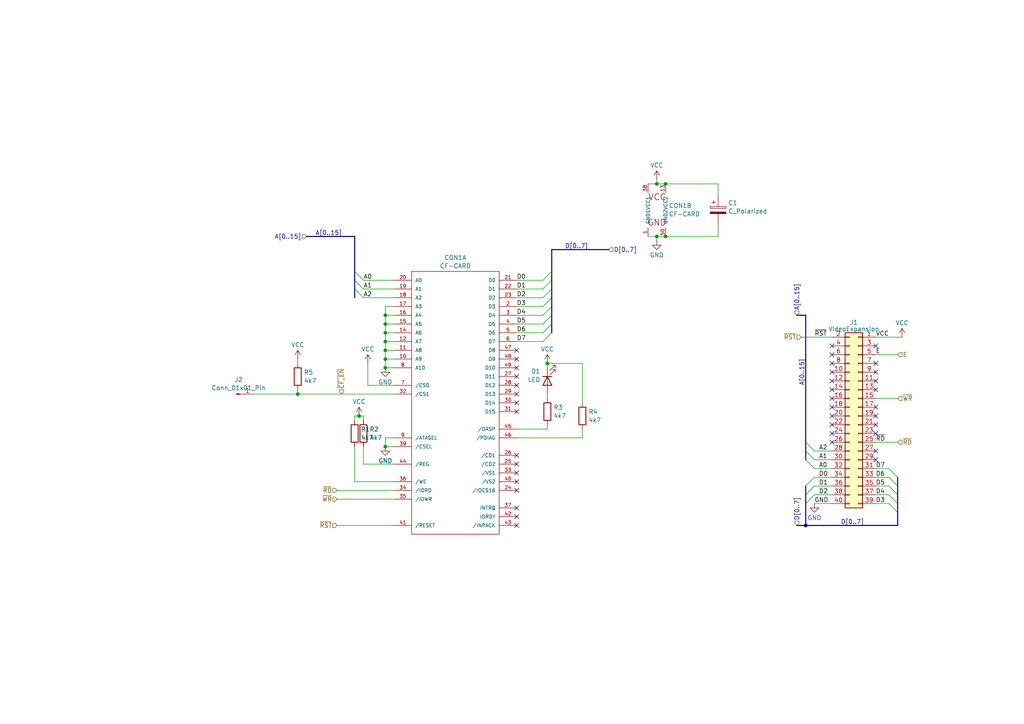
<source format=kicad_sch>
(kicad_sch (version 20231120) (generator "eeschema") (generator_version "8.0")
  (paper "A4")
  (lib_symbols
    (symbol "Connector:Conn_01x01_Pin" (pin_names (offset 1.016) hide)
      (property "Reference" "J" (at 0 2.54 0))
      (property "Value" "Conn_01x01_Pin" (at 0 -2.54 0))
      (symbol "Conn_01x01_Pin_1_1"
        (polyline (pts (xy 1.27 0) (xy 0.8636 0)) (stroke (width 0.1524)))
        (rectangle (start 0.8636 0.127) (end 0 -0.127) (stroke (width 0.1524)) (fill (type outline)))
        (pin passive line (at 5.08 0 180) (length 3.81) (name "Pin_1") (number "1"))
      )
    )
    (symbol "Connector_Generic:Conn_02x20_Odd_Even" (pin_names (offset 1.016) hide)
      (property "Reference" "J" (at 1.27 25.4 0))
      (property "Value" "Conn_02x20_Odd_Even" (at 1.27 -27.94 0))
      (symbol "Conn_02x20_Odd_Even_1_1"
        (rectangle (start -1.27 -25.273) (end 0 -25.527) (stroke (width 0.1524)))
        (rectangle (start -1.27 -22.733) (end 0 -22.987) (stroke (width 0.1524)))
        (rectangle (start -1.27 -20.193) (end 0 -20.447) (stroke (width 0.1524)))
        (rectangle (start -1.27 -17.653) (end 0 -17.907) (stroke (width 0.1524)))
        (rectangle (start -1.27 -15.113) (end 0 -15.367) (stroke (width 0.1524)))
        (rectangle (start -1.27 -12.573) (end 0 -12.827) (stroke (width 0.1524)))
        (rectangle (start -1.27 -10.033) (end 0 -10.287) (stroke (width 0.1524)))
        (rectangle (start -1.27 -7.493) (end 0 -7.747) (stroke (width 0.1524)))
        (rectangle (start -1.27 -4.953) (end 0 -5.207) (stroke (width 0.1524)))
        (rectangle (start -1.27 -2.413) (end 0 -2.667) (stroke (width 0.1524)))
        (rectangle (start -1.27 0.127) (end 0 -0.127) (stroke (width 0.1524)))
        (rectangle (start -1.27 2.667) (end 0 2.413) (stroke (width 0.1524)))
        (rectangle (start -1.27 5.207) (end 0 4.953) (stroke (width 0.1524)))
        (rectangle (start -1.27 7.747) (end 0 7.493) (stroke (width 0.1524)))
        (rectangle (start -1.27 10.287) (end 0 10.033) (stroke (width 0.1524)))
        (rectangle (start -1.27 12.827) (end 0 12.573) (stroke (width 0.1524)))
        (rectangle (start -1.27 15.367) (end 0 15.113) (stroke (width 0.1524)))
        (rectangle (start -1.27 17.907) (end 0 17.653) (stroke (width 0.1524)))
        (rectangle (start -1.27 20.447) (end 0 20.193) (stroke (width 0.1524)))
        (rectangle (start -1.27 22.987) (end 0 22.733) (stroke (width 0.1524)))
        (rectangle (start -1.27 24.13) (end 3.81 -26.67) (stroke (width 0.254)) (fill (type background)))
        (rectangle (start 3.81 -25.273) (end 2.54 -25.527) (stroke (width 0.1524)))
        (rectangle (start 3.81 -22.733) (end 2.54 -22.987) (stroke (width 0.1524)))
        (rectangle (start 3.81 -20.193) (end 2.54 -20.447) (stroke (width 0.1524)))
        (rectangle (start 3.81 -17.653) (end 2.54 -17.907) (stroke (width 0.1524)))
        (rectangle (start 3.81 -15.113) (end 2.54 -15.367) (stroke (width 0.1524)))
        (rectangle (start 3.81 -12.573) (end 2.54 -12.827) (stroke (width 0.1524)))
        (rectangle (start 3.81 -10.033) (end 2.54 -10.287) (stroke (width 0.1524)))
        (rectangle (start 3.81 -7.493) (end 2.54 -7.747) (stroke (width 0.1524)))
        (rectangle (start 3.81 -4.953) (end 2.54 -5.207) (stroke (width 0.1524)))
        (rectangle (start 3.81 -2.413) (end 2.54 -2.667) (stroke (width 0.1524)))
        (rectangle (start 3.81 0.127) (end 2.54 -0.127) (stroke (width 0.1524)))
        (rectangle (start 3.81 2.667) (end 2.54 2.413) (stroke (width 0.1524)))
        (rectangle (start 3.81 5.207) (end 2.54 4.953) (stroke (width 0.1524)))
        (rectangle (start 3.81 7.747) (end 2.54 7.493) (stroke (width 0.1524)))
        (rectangle (start 3.81 10.287) (end 2.54 10.033) (stroke (width 0.1524)))
        (rectangle (start 3.81 12.827) (end 2.54 12.573) (stroke (width 0.1524)))
        (rectangle (start 3.81 15.367) (end 2.54 15.113) (stroke (width 0.1524)))
        (rectangle (start 3.81 17.907) (end 2.54 17.653) (stroke (width 0.1524)))
        (rectangle (start 3.81 20.447) (end 2.54 20.193) (stroke (width 0.1524)))
        (rectangle (start 3.81 22.987) (end 2.54 22.733) (stroke (width 0.1524)))
        (pin passive line (at -5.08 22.86 0) (length 3.81) (name "Pin_1") (number "1"))
        (pin passive line (at 7.62 12.7 180) (length 3.81) (name "Pin_10") (number "10"))
        (pin passive line (at -5.08 10.16 0) (length 3.81) (name "Pin_11") (number "11"))
        (pin passive line (at 7.62 10.16 180) (length 3.81) (name "Pin_12") (number "12"))
        (pin passive line (at -5.08 7.62 0) (length 3.81) (name "Pin_13") (number "13"))
        (pin passive line (at 7.62 7.62 180) (length 3.81) (name "Pin_14") (number "14"))
        (pin passive line (at -5.08 5.08 0) (length 3.81) (name "Pin_15") (number "15"))
        (pin passive line (at 7.62 5.08 180) (length 3.81) (name "Pin_16") (number "16"))
        (pin passive line (at -5.08 2.54 0) (length 3.81) (name "Pin_17") (number "17"))
        (pin passive line (at 7.62 2.54 180) (length 3.81) (name "Pin_18") (number "18"))
        (pin passive line (at -5.08 0 0) (length 3.81) (name "Pin_19") (number "19"))
        (pin passive line (at 7.62 22.86 180) (length 3.81) (name "Pin_2") (number "2"))
        (pin passive line (at 7.62 0 180) (length 3.81) (name "Pin_20") (number "20"))
        (pin passive line (at -5.08 -2.54 0) (length 3.81) (name "Pin_21") (number "21"))
        (pin passive line (at 7.62 -2.54 180) (length 3.81) (name "Pin_22") (number "22"))
        (pin passive line (at -5.08 -5.08 0) (length 3.81) (name "Pin_23") (number "23"))
        (pin passive line (at 7.62 -5.08 180) (length 3.81) (name "Pin_24") (number "24"))
        (pin passive line (at -5.08 -7.62 0) (length 3.81) (name "Pin_25") (number "25"))
        (pin passive line (at 7.62 -7.62 180) (length 3.81) (name "Pin_26") (number "26"))
        (pin passive line (at -5.08 -10.16 0) (length 3.81) (name "Pin_27") (number "27"))
        (pin passive line (at 7.62 -10.16 180) (length 3.81) (name "Pin_28") (number "28"))
        (pin passive line (at -5.08 -12.7 0) (length 3.81) (name "Pin_29") (number "29"))
        (pin passive line (at -5.08 20.32 0) (length 3.81) (name "Pin_3") (number "3"))
        (pin passive line (at 7.62 -12.7 180) (length 3.81) (name "Pin_30") (number "30"))
        (pin passive line (at -5.08 -15.24 0) (length 3.81) (name "Pin_31") (number "31"))
        (pin passive line (at 7.62 -15.24 180) (length 3.81) (name "Pin_32") (number "32"))
        (pin passive line (at -5.08 -17.78 0) (length 3.81) (name "Pin_33") (number "33"))
        (pin passive line (at 7.62 -17.78 180) (length 3.81) (name "Pin_34") (number "34"))
        (pin passive line (at -5.08 -20.32 0) (length 3.81) (name "Pin_35") (number "35"))
        (pin passive line (at 7.62 -20.32 180) (length 3.81) (name "Pin_36") (number "36"))
        (pin passive line (at -5.08 -22.86 0) (length 3.81) (name "Pin_37") (number "37"))
        (pin passive line (at 7.62 -22.86 180) (length 3.81) (name "Pin_38") (number "38"))
        (pin passive line (at -5.08 -25.4 0) (length 3.81) (name "Pin_39") (number "39"))
        (pin passive line (at 7.62 20.32 180) (length 3.81) (name "Pin_4") (number "4"))
        (pin passive line (at 7.62 -25.4 180) (length 3.81) (name "Pin_40") (number "40"))
        (pin passive line (at -5.08 17.78 0) (length 3.81) (name "Pin_5") (number "5"))
        (pin passive line (at 7.62 17.78 180) (length 3.81) (name "Pin_6") (number "6"))
        (pin passive line (at -5.08 15.24 0) (length 3.81) (name "Pin_7") (number "7"))
        (pin passive line (at 7.62 15.24 180) (length 3.81) (name "Pin_8") (number "8"))
        (pin passive line (at -5.08 12.7 0) (length 3.81) (name "Pin_9") (number "9"))
      )
    )
    (symbol "Device:C_Polarized" (pin_numbers hide) (pin_names (offset 0.254))
      (property "Reference" "C" (at 0.635 2.54 0))
      (property "Value" "C_Polarized" (at 0.635 -2.54 0))
      (symbol "C_Polarized_0_1"
        (rectangle (start -2.286 0.508) (end 2.286 1.016))
        (polyline (pts (xy -1.778 2.286) (xy -0.762 2.286)))
        (polyline (pts (xy -1.27 2.794) (xy -1.27 1.778)))
        (rectangle (start 2.286 -0.508) (end -2.286 -1.016) (fill (type outline)))
      )
      (symbol "C_Polarized_1_1"
        (pin passive line (at 0 3.81 270) (length 2.794) (name "~") (number "1"))
        (pin passive line (at 0 -3.81 90) (length 2.794) (name "~") (number "2"))
      )
    )
    (symbol "Device:LED" (pin_numbers hide) (pin_names (offset 1.016) hide)
      (property "Reference" "D" (at 0 2.54 0))
      (property "Value" "LED" (at 0 -2.54 0))
      (symbol "LED_0_1"
        (polyline (pts (xy -1.27 -1.27) (xy -1.27 1.27)) (stroke (width 0.254)))
        (polyline (pts (xy -1.27 0) (xy 1.27 0)))
        (polyline (pts (xy 1.27 -1.27) (xy 1.27 1.27) (xy -1.27 0) (xy 1.27 -1.27)) (stroke (width 0.254)))
        (polyline (pts (xy -3.048 -0.762) (xy -4.572 -2.286) (xy -3.81 -2.286) (xy -4.572 -2.286) (xy -4.572 -1.524)))
        (polyline (pts (xy -1.778 -0.762) (xy -3.302 -2.286) (xy -2.54 -2.286) (xy -3.302 -2.286) (xy -3.302 -1.524)))
      )
      (symbol "LED_1_1"
        (pin passive line (at -3.81 0 0) (length 2.54) (name "K") (number "1"))
        (pin passive line (at 3.81 0 180) (length 2.54) (name "A") (number "2"))
      )
    )
    (symbol "Device:R" (pin_numbers hide) (pin_names (offset 0))
      (property "Reference" "R" (at 2.032 0 90))
      (property "Value" "R" (at 0 0 90))
      (symbol "R_0_1"
        (rectangle (start -1.016 -2.54) (end 1.016 2.54) (stroke (width 0.254)))
      )
      (symbol "R_1_1"
        (pin passive line (at 0 3.81 270) (length 1.27) (name "~") (number "1"))
        (pin passive line (at 0 -3.81 90) (length 1.27) (name "~") (number "2"))
      )
    )
    (symbol "motherboard:CF-CARD" (pin_names (offset 1.016))
      (property "Reference" "CON" (at -12.7 39.37 0))
      (property "Value" "CF-CARD" (at -12.7 -40.64 0))
      (symbol "CF-CARD_1_0"
        (polyline (pts (xy -12.7 -38.1) (xy 12.7 -38.1)))
        (polyline (pts (xy -12.7 38.1) (xy -12.7 -38.1)))
        (polyline (pts (xy 12.7 -38.1) (xy 12.7 38.1)))
        (polyline (pts (xy 12.7 38.1) (xy -12.7 38.1)))
      )
      (symbol "CF-CARD_1_1"
        (pin input line (at -17.78 12.7 0) (length 5.08) (name "A9") (number "10"))
        (pin input line (at -17.78 15.24 0) (length 5.08) (name "A8") (number "11"))
        (pin input line (at -17.78 17.78 0) (length 5.08) (name "A7") (number "12"))
        (pin input line (at -17.78 20.32 0) (length 5.08) (name "A6") (number "14"))
        (pin input line (at -17.78 22.86 0) (length 5.08) (name "A5") (number "15"))
        (pin input line (at -17.78 25.4 0) (length 5.08) (name "A4") (number "16"))
        (pin input line (at -17.78 27.94 0) (length 5.08) (name "A3") (number "17"))
        (pin input line (at -17.78 30.48 0) (length 5.08) (name "A2") (number "18"))
        (pin input line (at -17.78 33.02 0) (length 5.08) (name "A1") (number "19"))
        (pin bidirectional line (at 17.78 27.94 180) (length 5.08) (name "D3") (number "2"))
        (pin input line (at -17.78 35.56 0) (length 5.08) (name "A0") (number "20"))
        (pin bidirectional line (at 17.78 35.56 180) (length 5.08) (name "D0") (number "21"))
        (pin bidirectional line (at 17.78 33.02 180) (length 5.08) (name "D1") (number "22"))
        (pin bidirectional line (at 17.78 30.48 180) (length 5.08) (name "D2") (number "23"))
        (pin output line (at 17.78 -25.4 180) (length 5.08) (name "/IOCS16") (number "24"))
        (pin output line (at 17.78 -17.78 180) (length 5.08) (name "/CD2") (number "25"))
        (pin output line (at 17.78 -15.24 180) (length 5.08) (name "/CD1") (number "26"))
        (pin bidirectional line (at 17.78 7.62 180) (length 5.08) (name "D11") (number "27"))
        (pin bidirectional line (at 17.78 5.08 180) (length 5.08) (name "D12") (number "28"))
        (pin bidirectional line (at 17.78 2.54 180) (length 5.08) (name "D13") (number "29"))
        (pin bidirectional line (at 17.78 25.4 180) (length 5.08) (name "D4") (number "3"))
        (pin bidirectional line (at 17.78 0 180) (length 5.08) (name "D14") (number "30"))
        (pin bidirectional line (at 17.78 -2.54 180) (length 5.08) (name "D15") (number "31"))
        (pin input line (at -17.78 2.54 0) (length 5.08) (name "/CS1") (number "32"))
        (pin output line (at 17.78 -20.32 180) (length 5.08) (name "/VS1") (number "33"))
        (pin input line (at -17.78 -25.4 0) (length 5.08) (name "/IORD") (number "34"))
        (pin input line (at -17.78 -27.94 0) (length 5.08) (name "/IOWR") (number "35"))
        (pin input line (at -17.78 -22.86 0) (length 5.08) (name "/WE") (number "36"))
        (pin output line (at 17.78 -30.48 180) (length 5.08) (name "INTRQ") (number "37"))
        (pin input line (at -17.78 -12.7 0) (length 5.08) (name "/CSEL") (number "39"))
        (pin bidirectional line (at 17.78 22.86 180) (length 5.08) (name "D5") (number "4"))
        (pin output line (at 17.78 -22.86 180) (length 5.08) (name "/VS2") (number "40"))
        (pin input line (at -17.78 -35.56 0) (length 5.08) (name "/RESET") (number "41"))
        (pin output line (at 17.78 -33.02 180) (length 5.08) (name "IORDY") (number "42"))
        (pin output line (at 17.78 -35.56 180) (length 5.08) (name "/INPACK") (number "43"))
        (pin input line (at -17.78 -17.78 0) (length 5.08) (name "/REG") (number "44"))
        (pin bidirectional line (at 17.78 -7.62 180) (length 5.08) (name "/DASP") (number "45"))
        (pin bidirectional line (at 17.78 -10.16 180) (length 5.08) (name "/PDIAG") (number "46"))
        (pin bidirectional line (at 17.78 15.24 180) (length 5.08) (name "D8") (number "47"))
        (pin bidirectional line (at 17.78 12.7 180) (length 5.08) (name "D9") (number "48"))
        (pin bidirectional line (at 17.78 10.16 180) (length 5.08) (name "D10") (number "49"))
        (pin bidirectional line (at 17.78 20.32 180) (length 5.08) (name "D6") (number "5"))
        (pin bidirectional line (at 17.78 17.78 180) (length 5.08) (name "D7") (number "6"))
        (pin input line (at -17.78 5.08 0) (length 5.08) (name "/CS0") (number "7"))
        (pin input line (at -17.78 10.16 0) (length 5.08) (name "A10") (number "8"))
        (pin input line (at -17.78 -10.16 0) (length 5.08) (name "/ATASEL") (number "9"))
      )
      (symbol "CF-CARD_2_0"
        (text "GND" (at 0 -3.556 0) (effects (font (size 1.778 1.778))))
        (text "VCC" (at 0.127 3.81 0) (effects (font (size 1.778 1.778))))
      )
      (symbol "CF-CARD_2_1"
        (pin power_in line (at -2.54 -7.62 90) (length 2.54) (name "GND1") (number "1"))
        (pin power_in line (at 2.54 7.62 270) (length 2.54) (name "VCC2") (number "13"))
        (pin power_in line (at -2.54 7.62 270) (length 2.54) (name "VCC1") (number "38"))
        (pin power_in line (at 2.54 -7.62 90) (length 2.54) (name "GND2") (number "50"))
      )
    )
    (symbol "power:GND" (power) (pin_numbers hide) (pin_names (offset 0) hide)
      (property "Value" "GND" (at 0 -3.81 0))
      (symbol "GND_0_1"
        (polyline (pts (xy 0 0) (xy 0 -1.27) (xy 1.27 -1.27) (xy 0 -2.54) (xy -1.27 -1.27) (xy 0 -1.27)))
      )
      (symbol "GND_1_1"
        (pin power_in line (at 0 0 270) (length 0) (name "~") (number "1"))
      )
    )
    (symbol "power:VCC" (power) (pin_numbers hide) (pin_names (offset 0) hide)
      (property "Value" "VCC" (at 0 3.556 0))
      (symbol "VCC_0_1"
        (polyline (pts (xy -0.762 1.27) (xy 0 2.54)))
        (polyline (pts (xy 0 0) (xy 0 2.54)))
        (polyline (pts (xy 0 2.54) (xy 0.762 1.27)))
      )
      (symbol "VCC_1_1"
        (pin power_in line (at 0 0 90) (length 0) (name "~") (number "1"))
      )
    )
  )
  (junction (at 111.76 104.14))
  (junction (at 111.76 129.54))
  (junction (at 86.36 114.3))
  (junction (at 193.04 53.34))
  (junction (at 193.04 68.58))
  (junction (at 111.76 106.68))
  (junction (at 111.76 91.44))
  (junction (at 111.76 93.98))
  (junction (at 158.75 105.41))
  (junction (at 233.68 152.4))
  (junction (at 190.5 53.34))
  (junction (at 190.5 68.58))
  (junction (at 111.76 96.52))
  (junction (at 111.76 101.6))
  (junction (at 104.14 120.65))
  (junction (at 111.76 99.06))
  (no_connect (at 254 107.95))
  (no_connect (at 254 123.19))
  (no_connect (at 254 100.33))
  (no_connect (at 149.86 134.62))
  (no_connect (at 241.3 107.95))
  (no_connect (at 149.86 116.84))
  (no_connect (at 241.3 123.19))
  (no_connect (at 254 130.81))
  (no_connect (at 254 118.11))
  (no_connect (at 254 133.35))
  (no_connect (at 241.3 102.87))
  (no_connect (at 149.86 109.22))
  (no_connect (at 241.3 118.11))
  (no_connect (at 149.86 142.24))
  (no_connect (at 241.3 125.73))
  (no_connect (at 241.3 100.33))
  (no_connect (at 149.86 106.68))
  (no_connect (at 241.3 120.65))
  (no_connect (at 149.86 119.38))
  (no_connect (at 241.3 113.03))
  (no_connect (at 149.86 104.14))
  (no_connect (at 241.3 110.49))
  (no_connect (at 149.86 101.6))
  (no_connect (at 254 120.65))
  (no_connect (at 254 110.49))
  (no_connect (at 254 125.73))
  (no_connect (at 149.86 114.3))
  (no_connect (at 241.3 115.57))
  (no_connect (at 149.86 149.86))
  (no_connect (at 149.86 132.08))
  (no_connect (at 241.3 105.41))
  (no_connect (at 254 105.41))
  (no_connect (at 241.3 128.27))
  (no_connect (at 149.86 152.4))
  (no_connect (at 149.86 147.32))
  (no_connect (at 149.86 139.7))
  (no_connect (at 149.86 137.16))
  (no_connect (at 254 113.03))
  (no_connect (at 149.86 111.76))
  (bus_entry (at 236.22 135.89) (size -2.54 -2.54))
  (bus_entry (at 160.02 93.98) (size -2.54 2.54))
  (bus_entry (at 257.81 143.51) (size 2.54 2.54))
  (bus_entry (at 233.68 130.81) (size 2.54 2.54))
  (bus_entry (at 160.02 83.82) (size -2.54 2.54))
  (bus_entry (at 233.68 128.27) (size 2.54 2.54))
  (bus_entry (at 257.81 138.43) (size 2.54 2.54))
  (bus_entry (at 160.02 86.36) (size -2.54 2.54))
  (bus_entry (at 257.81 140.97) (size 2.54 2.54))
  (bus_entry (at 257.81 135.89) (size 2.54 2.54))
  (bus_entry (at 257.81 146.05) (size 2.54 2.54))
  (bus_entry (at 160.02 96.52) (size -2.54 2.54))
  (bus_entry (at 233.68 140.97) (size 2.54 -2.54))
  (bus_entry (at 102.87 83.82) (size 2.54 2.54))
  (bus_entry (at 160.02 78.74) (size -2.54 2.54))
  (bus_entry (at 160.02 91.44) (size -2.54 2.54))
  (bus_entry (at 102.87 78.74) (size 2.54 2.54))
  (bus_entry (at 233.68 146.05) (size 2.54 -2.54))
  (bus_entry (at 160.02 81.28) (size -2.54 2.54))
  (bus_entry (at 233.68 143.51) (size 2.54 -2.54))
  (bus_entry (at 160.02 88.9) (size -2.54 2.54))
  (bus_entry (at 102.87 81.28) (size 2.54 2.54))
  (wire (pts (xy 111.76 88.9) (xy 111.76 91.44)))
  (wire (pts (xy 105.41 120.65) (xy 105.41 121.92)))
  (wire (pts (xy 149.86 96.52) (xy 157.48 96.52)))
  (wire (pts (xy 149.86 124.46) (xy 158.75 124.46)))
  (wire (pts (xy 111.76 99.06) (xy 111.76 101.6)))
  (wire (pts (xy 102.87 129.54) (xy 102.87 139.7)))
  (wire (pts (xy 254 102.87) (xy 260.35 102.87)))
  (wire (pts (xy 97.79 144.78) (xy 114.3 144.78)))
  (wire (pts (xy 149.86 81.28) (xy 157.48 81.28)))
  (wire (pts (xy 254 97.79) (xy 261.62 97.79)))
  (wire (pts (xy 149.86 127) (xy 168.91 127)))
  (wire (pts (xy 105.41 129.54) (xy 105.41 134.62)))
  (wire (pts (xy 106.68 105.41) (xy 106.68 111.76)))
  (wire (pts (xy 168.91 116.84) (xy 168.91 105.41)))
  (wire (pts (xy 111.76 101.6) (xy 111.76 104.14)))
  (wire (pts (xy 236.22 146.05) (xy 241.3 146.05)))
  (bus (pts (xy 260.35 143.51) (xy 260.35 146.05)))
  (wire (pts (xy 111.76 96.52) (xy 111.76 99.06)))
  (bus (pts (xy 88.9 68.58) (xy 102.87 68.58)))
  (wire (pts (xy 193.04 68.58) (xy 208.28 68.58)))
  (wire (pts (xy 158.75 114.3) (xy 158.75 115.57)))
  (wire (pts (xy 102.87 120.65) (xy 104.14 120.65)))
  (bus (pts (xy 160.02 88.9) (xy 160.02 86.36)))
  (wire (pts (xy 168.91 124.46) (xy 168.91 127)))
  (bus (pts (xy 233.68 128.27) (xy 233.68 130.81)))
  (wire (pts (xy 73.66 114.3) (xy 86.36 114.3)))
  (wire (pts (xy 97.79 142.24) (xy 114.3 142.24)))
  (bus (pts (xy 102.87 86.36) (xy 102.87 83.82)))
  (bus (pts (xy 233.68 140.97) (xy 233.68 143.51)))
  (bus (pts (xy 233.68 130.81) (xy 233.68 133.35)))
  (bus (pts (xy 231.14 91.44) (xy 233.68 91.44)))
  (wire (pts (xy 86.36 104.14) (xy 86.36 105.41)))
  (wire (pts (xy 111.76 99.06) (xy 114.3 99.06)))
  (wire (pts (xy 114.3 139.7) (xy 102.87 139.7)))
  (bus (pts (xy 233.68 152.4) (xy 260.35 152.4)))
  (bus (pts (xy 160.02 96.52) (xy 160.02 93.98)))
  (bus (pts (xy 260.35 146.05) (xy 260.35 148.59)))
  (wire (pts (xy 114.3 111.76) (xy 106.68 111.76)))
  (wire (pts (xy 149.86 91.44) (xy 157.48 91.44)))
  (wire (pts (xy 111.76 93.98) (xy 111.76 96.52)))
  (wire (pts (xy 105.41 81.28) (xy 114.3 81.28)))
  (bus (pts (xy 260.35 148.59) (xy 260.35 152.4)))
  (wire (pts (xy 236.22 135.89) (xy 241.3 135.89)))
  (bus (pts (xy 260.35 138.43) (xy 260.35 140.97)))
  (bus (pts (xy 231.14 152.4) (xy 233.68 152.4)))
  (wire (pts (xy 102.87 121.92) (xy 102.87 120.65)))
  (bus (pts (xy 160.02 86.36) (xy 160.02 83.82)))
  (wire (pts (xy 168.91 105.41) (xy 158.75 105.41)))
  (wire (pts (xy 232.41 97.79) (xy 241.3 97.79)))
  (wire (pts (xy 190.5 52.07) (xy 190.5 53.34)))
  (wire (pts (xy 111.76 91.44) (xy 111.76 93.98)))
  (bus (pts (xy 260.35 140.97) (xy 260.35 143.51)))
  (wire (pts (xy 236.22 133.35) (xy 241.3 133.35)))
  (wire (pts (xy 149.86 99.06) (xy 157.48 99.06)))
  (wire (pts (xy 236.22 140.97) (xy 241.3 140.97)))
  (wire (pts (xy 97.79 152.4) (xy 114.3 152.4)))
  (wire (pts (xy 105.41 83.82) (xy 114.3 83.82)))
  (wire (pts (xy 193.04 53.34) (xy 208.28 53.34)))
  (wire (pts (xy 158.75 123.19) (xy 158.75 124.46)))
  (wire (pts (xy 111.76 104.14) (xy 111.76 106.68)))
  (wire (pts (xy 114.3 127) (xy 111.76 127)))
  (wire (pts (xy 190.5 69.85) (xy 190.5 68.58)))
  (bus (pts (xy 233.68 143.51) (xy 233.68 146.05)))
  (wire (pts (xy 149.86 93.98) (xy 157.48 93.98)))
  (wire (pts (xy 104.14 120.65) (xy 105.41 120.65)))
  (wire (pts (xy 236.22 143.51) (xy 241.3 143.51)))
  (wire (pts (xy 254 128.27) (xy 260.35 128.27)))
  (bus (pts (xy 102.87 78.74) (xy 102.87 68.58)))
  (wire (pts (xy 208.28 53.34) (xy 208.28 57.15)))
  (wire (pts (xy 190.5 53.34) (xy 193.04 53.34)))
  (wire (pts (xy 86.36 113.03) (xy 86.36 114.3)))
  (wire (pts (xy 111.76 129.54) (xy 114.3 129.54)))
  (wire (pts (xy 208.28 68.58) (xy 208.28 64.77)))
  (bus (pts (xy 160.02 91.44) (xy 160.02 88.9)))
  (wire (pts (xy 149.86 83.82) (xy 157.48 83.82)))
  (wire (pts (xy 114.3 134.62) (xy 105.41 134.62)))
  (bus (pts (xy 160.02 78.74) (xy 160.02 72.39)))
  (wire (pts (xy 149.86 88.9) (xy 157.48 88.9)))
  (wire (pts (xy 254 146.05) (xy 257.81 146.05)))
  (wire (pts (xy 158.75 105.41) (xy 158.75 106.68)))
  (bus (pts (xy 102.87 83.82) (xy 102.87 81.28)))
  (wire (pts (xy 114.3 88.9) (xy 111.76 88.9)))
  (bus (pts (xy 160.02 72.39) (xy 176.53 72.39)))
  (wire (pts (xy 111.76 93.98) (xy 114.3 93.98)))
  (wire (pts (xy 111.76 101.6) (xy 114.3 101.6)))
  (bus (pts (xy 160.02 83.82) (xy 160.02 81.28)))
  (bus (pts (xy 160.02 93.98) (xy 160.02 91.44)))
  (bus (pts (xy 233.68 91.44) (xy 233.68 128.27)))
  (wire (pts (xy 86.36 114.3) (xy 114.3 114.3)))
  (wire (pts (xy 111.76 91.44) (xy 114.3 91.44)))
  (wire (pts (xy 149.86 86.36) (xy 157.48 86.36)))
  (wire (pts (xy 236.22 138.43) (xy 241.3 138.43)))
  (wire (pts (xy 105.41 86.36) (xy 114.3 86.36)))
  (wire (pts (xy 111.76 104.14) (xy 114.3 104.14)))
  (bus (pts (xy 160.02 81.28) (xy 160.02 78.74)))
  (wire (pts (xy 254 140.97) (xy 257.81 140.97)))
  (wire (pts (xy 254 115.57) (xy 260.35 115.57)))
  (bus (pts (xy 233.68 146.05) (xy 233.68 152.4)))
  (wire (pts (xy 111.76 106.68) (xy 114.3 106.68)))
  (bus (pts (xy 102.87 81.28) (xy 102.87 78.74)))
  (wire (pts (xy 111.76 127) (xy 111.76 129.54)))
  (wire (pts (xy 254 135.89) (xy 257.81 135.89)))
  (wire (pts (xy 190.5 68.58) (xy 193.04 68.58)))
  (wire (pts (xy 190.5 53.34) (xy 187.96 53.34)))
  (wire (pts (xy 187.96 68.58) (xy 190.5 68.58)))
  (wire (pts (xy 111.76 96.52) (xy 114.3 96.52)))
  (wire (pts (xy 236.22 130.81) (xy 241.3 130.81)))
  (wire (pts (xy 254 138.43) (xy 257.81 138.43)))
  (wire (pts (xy 254 143.51) (xy 257.81 143.51)))
  (label "D6" (at 254 138.43 0))
  (label "D5" (at 149.86 93.98 0))
  (label "D[0..7]" (at 163.83 72.39 0))
  (label "A1" (at 105.41 83.82 0))
  (label "E" (at 254 102.87 0))
  (label "D6" (at 149.86 96.52 0))
  (label "D7" (at 149.86 99.06 0))
  (label "~{RST}" (at 236.22 97.79 0))
  (label "D4" (at 149.86 91.44 0))
  (label "VCC" (at 254 97.79 0))
  (label "A[0..15]" (at 91.44 68.58 0))
  (label "D0" (at 237.49 138.43 0))
  (label "D0" (at 149.86 81.28 0))
  (label "A1" (at 237.49 133.35 0))
  (label "D3" (at 254 146.05 0))
  (label "A2" (at 105.41 86.36 0))
  (label "D2" (at 237.49 143.51 0))
  (label "D1" (at 237.49 140.97 0))
  (label "A2" (at 237.49 130.81 0))
  (label "D[0..7]" (at 243.84 152.4 0))
  (label "D2" (at 149.86 86.36 0))
  (label "GND" (at 236.22 146.05 0))
  (label "A0" (at 237.49 135.89 0))
  (label "D4" (at 254 143.51 0))
  (label "D7" (at 254 135.89 0))
  (label "D1" (at 149.86 83.82 0))
  (label "A0" (at 105.41 81.28 0))
  (label "D3" (at 149.86 88.9 0))
  (label "A[0..15]" (at 233.68 111.76 90))
  (label "D5" (at 254 140.97 0))
  (label "~{RD}" (at 254 128.27 0))
  (hierarchical_label "D[0..7]" (shape input) (at 231.14 152.4 90))
  (hierarchical_label "A[0..15]" (shape input) (at 231.14 91.44 90))
  (hierarchical_label "~{CF_EN}" (shape input) (at 99.06 114.3 90))
  (hierarchical_label "E" (shape input) (at 260.35 102.87 0))
  (hierarchical_label "~{WR}" (shape input) (at 260.35 115.57 0))
  (hierarchical_label "~{WR}" (shape input) (at 97.79 144.78 180))
  (hierarchical_label "~{RD}" (shape input) (at 97.79 142.24 180))
  (hierarchical_label "~{RD}" (shape input) (at 260.35 128.27 0))
  (hierarchical_label "A[0..15]" (shape input) (at 88.9 68.58 180))
  (hierarchical_label "~{RST}" (shape input) (at 232.41 97.79 180))
  (hierarchical_label "~{RST}" (shape input) (at 97.79 152.4 180))
  (hierarchical_label "D[0..7]" (shape input) (at 176.53 72.39 0))
  (symbol (lib_id "power:VCC") (at 158.75 105.41 0) (unit 1)
    (property "Reference" "#PWR05" (effects (hide yes)))
    (property "Value" "VCC" (at 158.75 101.2769 0))
    (property "Description" "Power symbol creates a global label with name \"VCC\"" (effects (hide yes)))
  )
  (symbol (lib_id "power:VCC") (at 86.36 104.14 0) (unit 1)
    (property "Reference" "#PWR010" (effects (hide yes)))
    (property "Value" "VCC" (at 86.36 100.0069 0))
    (property "Description" "Power symbol creates a global label with name \"VCC\"" (effects (hide yes)))
  )
  (symbol (lib_id "Connector:Conn_01x01_Pin") (at 68.58 114.3 0) (unit 1)
    (property "Reference" "J2" (at 69.215 110.0793 0))
    (property "Value" "Conn_01x01_Pin" (at 69.215 112.5036 0))
    (property "Footprint" "Connector_PinHeader_2.54mm:PinHeader_1x01_P2.54mm_Vertical" (effects (hide yes)))
    (property "Description" "Generic connector, single row, 01x01, script generated" (effects (hide yes)))
  )
  (symbol (lib_id "Device:R") (at 86.36 109.22 0) (unit 1)
    (property "Reference" "R5" (at 88.138 108.0078 0) (effects (justify left)))
    (property "Value" "4k7" (at 88.138 110.4321 0) (effects (justify left)))
    (property "Footprint" "Resistor_THT:R_Axial_DIN0204_L3.6mm_D1.6mm_P7.62mm_Horizontal" (effects (hide yes)))
    (property "Description" "Resistor" (effects (hide yes)))
  )
  (symbol (lib_id "power:GND") (at 111.76 129.54 0) (unit 1)
    (property "Reference" "#PWR04" (effects (hide yes)))
    (property "Value" "GND" (at 111.76 133.6731 0))
    (property "Description" "Power symbol creates a global label with name \"GND\" , ground" (effects (hide yes)))
  )
  (symbol (lib_id "power:VCC") (at 190.5 52.07 0) (unit 1)
    (property "Reference" "#PWR06" (effects (hide yes)))
    (property "Value" "VCC" (at 190.5 47.9369 0))
    (property "Description" "Power symbol creates a global label with name \"VCC\"" (effects (hide yes)))
  )
  (symbol (lib_id "power:GND") (at 111.76 106.68 0) (unit 1)
    (property "Reference" "#PWR03" (effects (hide yes)))
    (property "Value" "GND" (at 111.76 110.8131 0))
    (property "Description" "Power symbol creates a global label with name \"GND\" , ground" (effects (hide yes)))
  )
  (symbol (lib_id "power:GND") (at 236.22 146.05 0) (unit 1)
    (property "Reference" "#PWR08" (effects (hide yes)))
    (property "Value" "GND" (at 236.22 150.1831 0))
    (property "Description" "Power symbol creates a global label with name \"GND\" , ground" (effects (hide yes)))
  )
  (symbol (lib_id "Connector_Generic:Conn_02x20_Odd_Even") (at 248.92 120.65 0) (mirror y) (unit 1)
    (property "Reference" "J1" (at 247.65 93.5101 0))
    (property "Value" "VideoExpansion" (at 247.65 95.4311 0))
    (property "Footprint" "Connector_PinHeader_2.54mm:PinHeader_2x20_P2.54mm_Vertical" (effects (hide yes)))
  )
  (symbol (lib_id "Device:R") (at 158.75 119.38 0) (unit 1)
    (property "Reference" "R3" (at 160.528 118.1678 0) (effects (justify left)))
    (property "Value" "4k7" (at 160.528 120.5921 0) (effects (justify left)))
    (property "Footprint" "Resistor_THT:R_Axial_DIN0204_L3.6mm_D1.6mm_P7.62mm_Horizontal" (effects (hide yes)))
    (property "Description" "Resistor" (effects (hide yes)))
  )
  (symbol (lib_id "power:VCC") (at 106.68 105.41 0) (unit 1)
    (property "Reference" "#PWR02" (effects (hide yes)))
    (property "Value" "VCC" (at 106.68 101.2769 0))
    (property "Description" "Power symbol creates a global label with name \"VCC\"" (effects (hide yes)))
  )
  (symbol (lib_id "motherboard:CF-CARD") (at 132.08 116.84 0) (unit 1)
    (property "Reference" "CON1" (at 132.08 74.7225 0))
    (property "Value" "CF-CARD" (at 132.08 77.1468 0))
    (property "Footprint" "kicad-lib:CF-Card_3M_N7E50-7516PK-20-WF" (effects (hide yes)))
  )
  (symbol (lib_id "power:VCC") (at 261.62 97.79 0) (unit 1)
    (property "Reference" "#PWR09" (effects (hide yes)))
    (property "Value" "VCC" (at 261.62 93.6569 0))
    (property "Description" "Power symbol creates a global label with name \"VCC\"" (effects (hide yes)))
  )
  (symbol (lib_id "Device:LED") (at 158.75 110.49 90) (mirror x) (unit 1)
    (property "Reference" "D1" (at 156.718 107.6903 90) (effects (justify left)))
    (property "Value" "LED" (at 156.718 110.1146 90) (effects (justify left)))
    (property "Footprint" "LED_THT:LED_D5.0mm_Horizontal_O1.27mm_Z3.0mm_Clear" (effects (hide yes)))
    (property "Description" "Light emitting diode" (effects (hide yes)))
  )
  (symbol (lib_id "Device:R") (at 102.87 125.73 0) (unit 1)
    (property "Reference" "R1" (at 104.648 124.5178 0) (effects (justify left)))
    (property "Value" "4k7" (at 104.648 126.9421 0) (effects (justify left)))
    (property "Footprint" "Resistor_THT:R_Axial_DIN0204_L3.6mm_D1.6mm_P7.62mm_Horizontal" (effects (hide yes)))
    (property "Description" "Resistor" (effects (hide yes)))
  )
  (symbol (lib_id "power:VCC") (at 104.14 120.65 0) (unit 1)
    (property "Reference" "#PWR01" (effects (hide yes)))
    (property "Value" "VCC" (at 104.14 116.5169 0))
    (property "Description" "Power symbol creates a global label with name \"VCC\"" (effects (hide yes)))
  )
  (symbol (lib_id "Device:R") (at 168.91 120.65 0) (unit 1)
    (property "Reference" "R4" (at 170.688 119.4378 0) (effects (justify left)))
    (property "Value" "4k7" (at 170.688 121.8621 0) (effects (justify left)))
    (property "Footprint" "Resistor_THT:R_Axial_DIN0204_L3.6mm_D1.6mm_P7.62mm_Horizontal" (effects (hide yes)))
    (property "Description" "Resistor" (effects (hide yes)))
  )
  (symbol (lib_id "Device:R") (at 105.41 125.73 0) (unit 1)
    (property "Reference" "R2" (at 107.188 124.5178 0) (effects (justify left)))
    (property "Value" "4k7" (at 107.188 126.9421 0) (effects (justify left)))
    (property "Footprint" "Resistor_THT:R_Axial_DIN0204_L3.6mm_D1.6mm_P7.62mm_Horizontal" (effects (hide yes)))
    (property "Description" "Resistor" (effects (hide yes)))
  )
  (symbol (lib_id "motherboard:CF-CARD") (at 190.5 60.96 0) (unit 2)
    (property "Reference" "CON1" (at 194 59.6676 0) (effects (justify left)))
    (property "Value" "CF-CARD" (at 194 62.0919 0) (effects (justify left)))
    (property "Footprint" "kicad-lib:CF-Card_3M_N7E50-7516PK-20-WF" (effects (hide yes)))
  )
  (symbol (lib_id "power:GND") (at 190.5 69.85 0) (unit 1)
    (property "Reference" "#PWR07" (effects (hide yes)))
    (property "Value" "GND" (at 190.5 73.9831 0))
    (property "Description" "Power symbol creates a global label with name \"GND\" , ground" (effects (hide yes)))
  )
  (symbol (lib_id "Device:C_Polarized") (at 208.28 60.96 0) (unit 1)
    (property "Reference" "C1" (at 211.201 58.8588 0) (effects (justify left)))
    (property "Value" "C_Polarized" (at 211.201 61.2831 0) (effects (justify left)))
    (property "Footprint" "Capacitor_THT:CP_Radial_D4.0mm_P2.00mm" (effects (hide yes)))
    (property "Description" "Polarized capacitor" (effects (hide yes)))
  )
)
</source>
